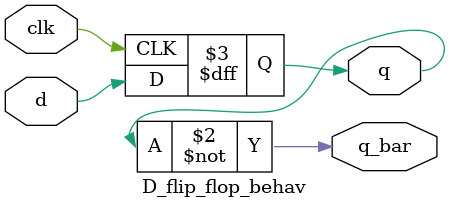
<source format=v>
module sequence_detector1(
    input x, clk,
    output y, qa_bar, qb_bar
    );
    
    wire and1, and2, and3, or1, or2;
    wire qa, qb;
    
    assign and1 = x & qb;
    assign and2 = x & qa;
    assign and3 = x & (~qb);
    
    assign or1 = and1 | and2;
    assign or2 = and2 | and3;
    
    D_flip_flop_behav d_ff1(.d(or1), .clk(clk), .q(qa), .q_bar(qa_bar));
    D_flip_flop_behav d_ff2(.d(or2), .clk(clk), .q(qb), .q_bar(qb_bar)); 
    
    assign y = x & qa;    
    
endmodule

// D Flip-Flop
module D_flip_flop_behav(
    input d, clk,
    output reg q,
    output q_bar
);
    always @(posedge clk) begin
        q <= d;
    end
    assign q_bar = ~q;
endmodule


</source>
